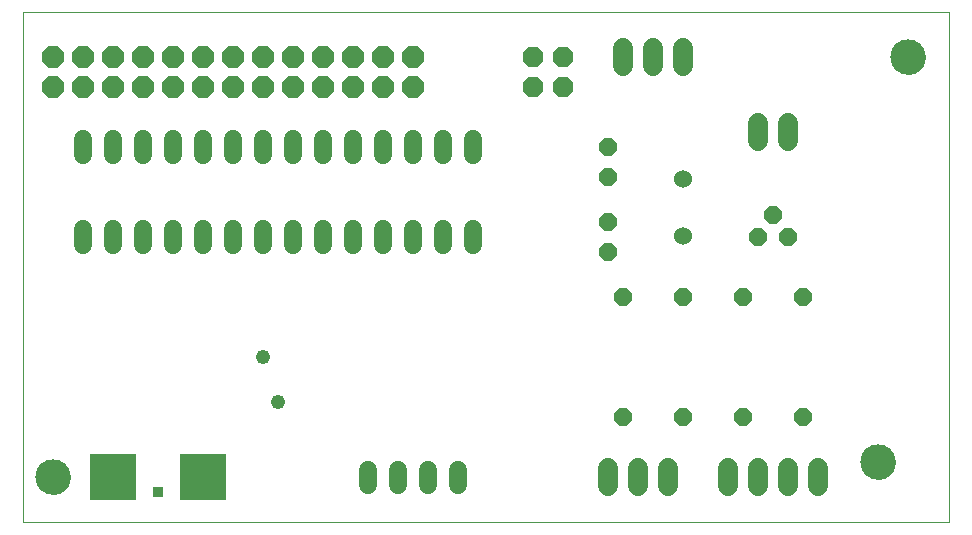
<source format=gts>
G75*
%MOIN*%
%OFA0B0*%
%FSLAX24Y24*%
%IPPOS*%
%LPD*%
%AMOC8*
5,1,8,0,0,1.08239X$1,22.5*
%
%ADD10C,0.0000*%
%ADD11C,0.1182*%
%ADD12C,0.0600*%
%ADD13OC8,0.0740*%
%ADD14C,0.0600*%
%ADD15OC8,0.0600*%
%ADD16C,0.0680*%
%ADD17OC8,0.0680*%
%ADD18C,0.0595*%
%ADD19R,0.1580X0.1580*%
%ADD20R,0.0380X0.0380*%
%ADD21C,0.0480*%
D10*
X000100Y000100D02*
X000100Y017096D01*
X030970Y017096D01*
X030970Y000100D01*
X000100Y000100D01*
X000549Y001600D02*
X000551Y001647D01*
X000557Y001693D01*
X000567Y001739D01*
X000580Y001784D01*
X000598Y001827D01*
X000619Y001869D01*
X000643Y001909D01*
X000671Y001946D01*
X000702Y001981D01*
X000736Y002014D01*
X000772Y002043D01*
X000811Y002069D01*
X000852Y002092D01*
X000895Y002111D01*
X000939Y002127D01*
X000984Y002139D01*
X001030Y002147D01*
X001077Y002151D01*
X001123Y002151D01*
X001170Y002147D01*
X001216Y002139D01*
X001261Y002127D01*
X001305Y002111D01*
X001348Y002092D01*
X001389Y002069D01*
X001428Y002043D01*
X001464Y002014D01*
X001498Y001981D01*
X001529Y001946D01*
X001557Y001909D01*
X001581Y001869D01*
X001602Y001827D01*
X001620Y001784D01*
X001633Y001739D01*
X001643Y001693D01*
X001649Y001647D01*
X001651Y001600D01*
X001649Y001553D01*
X001643Y001507D01*
X001633Y001461D01*
X001620Y001416D01*
X001602Y001373D01*
X001581Y001331D01*
X001557Y001291D01*
X001529Y001254D01*
X001498Y001219D01*
X001464Y001186D01*
X001428Y001157D01*
X001389Y001131D01*
X001348Y001108D01*
X001305Y001089D01*
X001261Y001073D01*
X001216Y001061D01*
X001170Y001053D01*
X001123Y001049D01*
X001077Y001049D01*
X001030Y001053D01*
X000984Y001061D01*
X000939Y001073D01*
X000895Y001089D01*
X000852Y001108D01*
X000811Y001131D01*
X000772Y001157D01*
X000736Y001186D01*
X000702Y001219D01*
X000671Y001254D01*
X000643Y001291D01*
X000619Y001331D01*
X000598Y001373D01*
X000580Y001416D01*
X000567Y001461D01*
X000557Y001507D01*
X000551Y001553D01*
X000549Y001600D01*
X028049Y002100D02*
X028051Y002147D01*
X028057Y002193D01*
X028067Y002239D01*
X028080Y002284D01*
X028098Y002327D01*
X028119Y002369D01*
X028143Y002409D01*
X028171Y002446D01*
X028202Y002481D01*
X028236Y002514D01*
X028272Y002543D01*
X028311Y002569D01*
X028352Y002592D01*
X028395Y002611D01*
X028439Y002627D01*
X028484Y002639D01*
X028530Y002647D01*
X028577Y002651D01*
X028623Y002651D01*
X028670Y002647D01*
X028716Y002639D01*
X028761Y002627D01*
X028805Y002611D01*
X028848Y002592D01*
X028889Y002569D01*
X028928Y002543D01*
X028964Y002514D01*
X028998Y002481D01*
X029029Y002446D01*
X029057Y002409D01*
X029081Y002369D01*
X029102Y002327D01*
X029120Y002284D01*
X029133Y002239D01*
X029143Y002193D01*
X029149Y002147D01*
X029151Y002100D01*
X029149Y002053D01*
X029143Y002007D01*
X029133Y001961D01*
X029120Y001916D01*
X029102Y001873D01*
X029081Y001831D01*
X029057Y001791D01*
X029029Y001754D01*
X028998Y001719D01*
X028964Y001686D01*
X028928Y001657D01*
X028889Y001631D01*
X028848Y001608D01*
X028805Y001589D01*
X028761Y001573D01*
X028716Y001561D01*
X028670Y001553D01*
X028623Y001549D01*
X028577Y001549D01*
X028530Y001553D01*
X028484Y001561D01*
X028439Y001573D01*
X028395Y001589D01*
X028352Y001608D01*
X028311Y001631D01*
X028272Y001657D01*
X028236Y001686D01*
X028202Y001719D01*
X028171Y001754D01*
X028143Y001791D01*
X028119Y001831D01*
X028098Y001873D01*
X028080Y001916D01*
X028067Y001961D01*
X028057Y002007D01*
X028051Y002053D01*
X028049Y002100D01*
X029049Y015600D02*
X029051Y015647D01*
X029057Y015693D01*
X029067Y015739D01*
X029080Y015784D01*
X029098Y015827D01*
X029119Y015869D01*
X029143Y015909D01*
X029171Y015946D01*
X029202Y015981D01*
X029236Y016014D01*
X029272Y016043D01*
X029311Y016069D01*
X029352Y016092D01*
X029395Y016111D01*
X029439Y016127D01*
X029484Y016139D01*
X029530Y016147D01*
X029577Y016151D01*
X029623Y016151D01*
X029670Y016147D01*
X029716Y016139D01*
X029761Y016127D01*
X029805Y016111D01*
X029848Y016092D01*
X029889Y016069D01*
X029928Y016043D01*
X029964Y016014D01*
X029998Y015981D01*
X030029Y015946D01*
X030057Y015909D01*
X030081Y015869D01*
X030102Y015827D01*
X030120Y015784D01*
X030133Y015739D01*
X030143Y015693D01*
X030149Y015647D01*
X030151Y015600D01*
X030149Y015553D01*
X030143Y015507D01*
X030133Y015461D01*
X030120Y015416D01*
X030102Y015373D01*
X030081Y015331D01*
X030057Y015291D01*
X030029Y015254D01*
X029998Y015219D01*
X029964Y015186D01*
X029928Y015157D01*
X029889Y015131D01*
X029848Y015108D01*
X029805Y015089D01*
X029761Y015073D01*
X029716Y015061D01*
X029670Y015053D01*
X029623Y015049D01*
X029577Y015049D01*
X029530Y015053D01*
X029484Y015061D01*
X029439Y015073D01*
X029395Y015089D01*
X029352Y015108D01*
X029311Y015131D01*
X029272Y015157D01*
X029236Y015186D01*
X029202Y015219D01*
X029171Y015254D01*
X029143Y015291D01*
X029119Y015331D01*
X029098Y015373D01*
X029080Y015416D01*
X029067Y015461D01*
X029057Y015507D01*
X029051Y015553D01*
X029049Y015600D01*
D11*
X029600Y015600D03*
X028600Y002100D03*
X001100Y001600D03*
D12*
X002100Y009340D02*
X002100Y009860D01*
X003100Y009860D02*
X003100Y009340D01*
X004100Y009340D02*
X004100Y009860D01*
X005100Y009860D02*
X005100Y009340D01*
X006100Y009340D02*
X006100Y009860D01*
X007100Y009860D02*
X007100Y009340D01*
X008100Y009340D02*
X008100Y009860D01*
X009100Y009860D02*
X009100Y009340D01*
X010100Y009340D02*
X010100Y009860D01*
X011100Y009860D02*
X011100Y009340D01*
X012100Y009340D02*
X012100Y009860D01*
X013100Y009860D02*
X013100Y009340D01*
X014100Y009340D02*
X014100Y009860D01*
X015100Y009860D02*
X015100Y009340D01*
X015100Y012340D02*
X015100Y012860D01*
X014100Y012860D02*
X014100Y012340D01*
X013100Y012340D02*
X013100Y012860D01*
X012100Y012860D02*
X012100Y012340D01*
X011100Y012340D02*
X011100Y012860D01*
X010100Y012860D02*
X010100Y012340D01*
X009100Y012340D02*
X009100Y012860D01*
X008100Y012860D02*
X008100Y012340D01*
X007100Y012340D02*
X007100Y012860D01*
X006100Y012860D02*
X006100Y012340D01*
X005100Y012340D02*
X005100Y012860D01*
X004100Y012860D02*
X004100Y012340D01*
X003100Y012340D02*
X003100Y012860D01*
X002100Y012860D02*
X002100Y012340D01*
D13*
X002100Y014600D03*
X001100Y014600D03*
X001100Y015600D03*
X002100Y015600D03*
X003100Y015600D03*
X004100Y015600D03*
X005100Y015600D03*
X006100Y015600D03*
X007100Y015600D03*
X008100Y015600D03*
X009100Y015600D03*
X010100Y015600D03*
X011100Y015600D03*
X012100Y015600D03*
X013100Y015600D03*
X013100Y014600D03*
X012100Y014600D03*
X011100Y014600D03*
X010100Y014600D03*
X009100Y014600D03*
X008100Y014600D03*
X007100Y014600D03*
X006100Y014600D03*
X005100Y014600D03*
X004100Y014600D03*
X003100Y014600D03*
D14*
X022100Y011550D03*
X022100Y009650D03*
D15*
X024600Y009600D03*
X025600Y009600D03*
X025100Y010350D03*
X024100Y007600D03*
X022100Y007600D03*
X020100Y007600D03*
X019600Y009100D03*
X019600Y010100D03*
X019600Y011600D03*
X019600Y012600D03*
X026100Y007600D03*
X026100Y003600D03*
X024100Y003600D03*
X022100Y003600D03*
X020100Y003600D03*
D16*
X019600Y001900D02*
X019600Y001300D01*
X020600Y001300D02*
X020600Y001900D01*
X021600Y001900D02*
X021600Y001300D01*
X023600Y001300D02*
X023600Y001900D01*
X024600Y001900D02*
X024600Y001300D01*
X025600Y001300D02*
X025600Y001900D01*
X026600Y001900D02*
X026600Y001300D01*
X025600Y012800D02*
X025600Y013400D01*
X024600Y013400D02*
X024600Y012800D01*
X022100Y015300D02*
X022100Y015900D01*
X021100Y015900D02*
X021100Y015300D01*
X020100Y015300D02*
X020100Y015900D01*
D17*
X018100Y015600D03*
X017100Y015600D03*
X017100Y014600D03*
X018100Y014600D03*
D18*
X014600Y001857D02*
X014600Y001343D01*
X013600Y001343D02*
X013600Y001857D01*
X012600Y001857D02*
X012600Y001343D01*
X011600Y001343D02*
X011600Y001857D01*
D19*
X006100Y001600D03*
X003100Y001600D03*
D20*
X004600Y001100D03*
D21*
X008600Y004100D03*
X008100Y005600D03*
M02*

</source>
